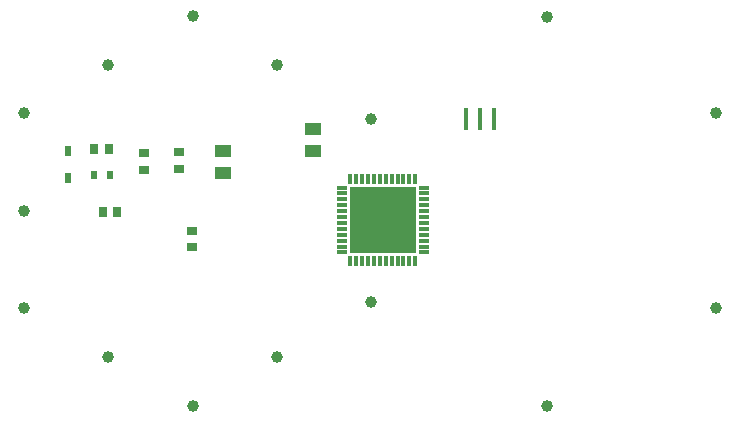
<source format=gbp>
G04*
G04 #@! TF.GenerationSoftware,Altium Limited,Altium Designer,25.8.1 (18)*
G04*
G04 Layer_Color=128*
%FSLAX44Y44*%
%MOMM*%
G71*
G04*
G04 #@! TF.SameCoordinates,BCE08161-644A-4D5C-BD65-52524292B4E2*
G04*
G04*
G04 #@! TF.FilePolarity,Positive*
G04*
G01*
G75*
G04:AMPARAMS|DCode=21|XSize=1mm|YSize=1mm|CornerRadius=0.5mm|HoleSize=0mm|Usage=FLASHONLY|Rotation=210.000|XOffset=0mm|YOffset=0mm|HoleType=Round|Shape=RoundedRectangle|*
%AMROUNDEDRECTD21*
21,1,1.0000,0.0000,0,0,210.0*
21,1,0.0000,1.0000,0,0,210.0*
1,1,1.0000,0.0000,0.0000*
1,1,1.0000,0.0000,0.0000*
1,1,1.0000,0.0000,0.0000*
1,1,1.0000,0.0000,0.0000*
%
%ADD21ROUNDEDRECTD21*%
G04:AMPARAMS|DCode=22|XSize=1mm|YSize=1mm|CornerRadius=0.5mm|HoleSize=0mm|Usage=FLASHONLY|Rotation=90.000|XOffset=0mm|YOffset=0mm|HoleType=Round|Shape=RoundedRectangle|*
%AMROUNDEDRECTD22*
21,1,1.0000,0.0000,0,0,90.0*
21,1,0.0000,1.0000,0,0,90.0*
1,1,1.0000,0.0000,0.0000*
1,1,1.0000,0.0000,0.0000*
1,1,1.0000,0.0000,0.0000*
1,1,1.0000,0.0000,0.0000*
%
%ADD22ROUNDEDRECTD22*%
G04:AMPARAMS|DCode=23|XSize=1mm|YSize=1mm|CornerRadius=0.5mm|HoleSize=0mm|Usage=FLASHONLY|Rotation=150.000|XOffset=0mm|YOffset=0mm|HoleType=Round|Shape=RoundedRectangle|*
%AMROUNDEDRECTD23*
21,1,1.0000,0.0000,0,0,150.0*
21,1,0.0000,1.0000,0,0,150.0*
1,1,1.0000,0.0000,0.0000*
1,1,1.0000,0.0000,0.0000*
1,1,1.0000,0.0000,0.0000*
1,1,1.0000,0.0000,0.0000*
%
%ADD23ROUNDEDRECTD23*%
%ADD42R,0.3000X0.8500*%
%ADD43R,0.8500X0.3000*%
%ADD44R,5.7000X5.7000*%
%ADD45R,0.4001X1.9000*%
%ADD46R,1.3970X1.0922*%
%ADD47R,0.8900X0.6400*%
%ADD48R,0.8000X0.9500*%
%ADD49R,0.5000X0.9000*%
%ADD50R,0.6000X0.8000*%
D21*
X147360Y164334D02*
D03*
X147599Y-165199D02*
D03*
X-152400Y165199D02*
D03*
Y-165199D02*
D03*
X-223901Y-123901D02*
D03*
X-80899Y123901D02*
D03*
D22*
X290700Y-82601D02*
D03*
X-1679Y77521D02*
D03*
X-295468Y82601D02*
D03*
X-1679Y-77521D02*
D03*
X-223901Y123901D02*
D03*
X-80899Y-123901D02*
D03*
D23*
X290700Y82601D02*
D03*
X-295468Y-82601D02*
D03*
X-295501Y0D02*
D03*
D42*
X21162Y-42189D02*
D03*
X-18838Y26811D02*
D03*
X-13838D02*
D03*
X-8838D02*
D03*
X-3838D02*
D03*
X1162D02*
D03*
X6162D02*
D03*
X26162D02*
D03*
X31162D02*
D03*
X36162D02*
D03*
Y-42189D02*
D03*
X31162D02*
D03*
X26162D02*
D03*
X16162D02*
D03*
X11162D02*
D03*
X6162D02*
D03*
X1162D02*
D03*
X-3838D02*
D03*
X-8838D02*
D03*
X-13838D02*
D03*
X-18838D02*
D03*
X11162Y26811D02*
D03*
X21162D02*
D03*
X16162D02*
D03*
D43*
X43162Y-5189D02*
D03*
X-25838Y19811D02*
D03*
Y14811D02*
D03*
Y9811D02*
D03*
X43162Y14811D02*
D03*
Y19811D02*
D03*
Y9811D02*
D03*
Y-189D02*
D03*
X-25838Y-35189D02*
D03*
Y-30189D02*
D03*
Y-25189D02*
D03*
Y-20189D02*
D03*
Y-15189D02*
D03*
Y-10189D02*
D03*
Y-5189D02*
D03*
Y-189D02*
D03*
Y4811D02*
D03*
X43162Y-10189D02*
D03*
Y-15189D02*
D03*
Y4811D02*
D03*
Y-35189D02*
D03*
Y-20189D02*
D03*
Y-30189D02*
D03*
Y-25189D02*
D03*
D44*
X8662Y-7689D02*
D03*
D45*
X103218Y77972D02*
D03*
X91220D02*
D03*
X79220D02*
D03*
D46*
X-50590Y69622D02*
D03*
X-126722Y50998D02*
D03*
X-50590Y51080D02*
D03*
X-126722Y32456D02*
D03*
D47*
X-163960Y49630D02*
D03*
X-193456Y48989D02*
D03*
X-153015Y-16952D02*
D03*
Y-30952D02*
D03*
X-163960Y35630D02*
D03*
X-193456Y34989D02*
D03*
D48*
X-222964Y52430D02*
D03*
X-235464D02*
D03*
X-228553Y-1036D02*
D03*
X-216053D02*
D03*
D49*
X-257920Y51069D02*
D03*
Y28068D02*
D03*
D50*
X-222056Y30186D02*
D03*
X-236056D02*
D03*
M02*

</source>
